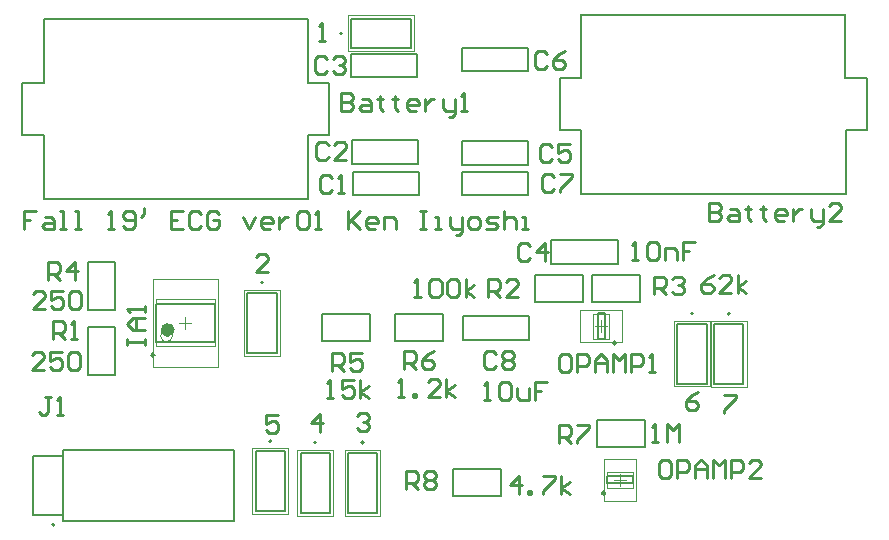
<source format=gto>
G04*
G04 #@! TF.GenerationSoftware,Altium Limited,Altium Designer,19.1.8 (144)*
G04*
G04 Layer_Color=65535*
%FSLAX42Y42*%
%MOMM*%
G71*
G01*
G75*
%ADD10C,0.60*%
%ADD11C,0.25*%
%ADD12C,0.20*%
%ADD13C,0.13*%
%ADD14C,0.25*%
%ADD15C,0.10*%
%ADD16C,0.05*%
D10*
X1340Y1890D02*
G03*
X1340Y1890I-30J0D01*
G01*
D11*
X1197Y1677D02*
G03*
X1197Y1677I-12J0D01*
G01*
X5105Y1780D02*
G03*
X5105Y1780I-12J0D01*
G01*
X5012Y507D02*
G03*
X5012Y507I-12J0D01*
G01*
D12*
X350Y240D02*
G03*
X350Y240I-10J0D01*
G01*
X3800Y4078D02*
X4359D01*
Y4280D01*
X3800D02*
X4359D01*
X3800Y4078D02*
Y4280D01*
Y3288D02*
X4359D01*
Y3490D01*
X3800D02*
X4359D01*
X3800Y3288D02*
Y3490D01*
Y3028D02*
X4359D01*
Y3230D01*
X3800D02*
X4359D01*
X3800Y3028D02*
Y3230D01*
X2860Y4028D02*
X3419D01*
Y4230D01*
X2860D02*
X3419D01*
X2860Y4028D02*
Y4230D01*
X2870Y3298D02*
X3429D01*
Y3500D01*
X2870D02*
X3429D01*
X2870Y3298D02*
Y3500D01*
X2880Y3028D02*
X3439D01*
Y3230D01*
X2880D02*
X3439D01*
X2880Y3028D02*
Y3230D01*
X3810Y1808D02*
X4369D01*
Y2010D01*
X3810D02*
X4369D01*
X3810Y1808D02*
Y2010D01*
X3237Y1796D02*
Y2024D01*
X3643D01*
Y1796D02*
Y2024D01*
X3237Y1796D02*
X3643D01*
X2617D02*
Y2024D01*
X3023D01*
Y1796D02*
Y2024D01*
X2617Y1796D02*
X3023D01*
X636Y1913D02*
X864D01*
Y1507D02*
Y1913D01*
X636Y1507D02*
X864D01*
X636D02*
Y1913D01*
Y2057D02*
X864D01*
X636D02*
Y2463D01*
X864D01*
Y2057D02*
Y2463D01*
X3727Y486D02*
Y714D01*
X4133D01*
Y486D02*
Y714D01*
X3727Y486D02*
X4133D01*
X4417Y2126D02*
Y2354D01*
X4823D01*
Y2126D02*
Y2354D01*
X4417Y2126D02*
X4823D01*
X4560Y2448D02*
X5119D01*
Y2650D01*
X4560D02*
X5119D01*
X4560Y2448D02*
Y2650D01*
X1710Y1790D02*
Y2110D01*
X1210Y1790D02*
Y2110D01*
X1710D01*
X1210Y1790D02*
X1710D01*
X4950Y1810D02*
Y2030D01*
X5010Y1810D02*
Y2030D01*
X4950D02*
X5010D01*
X4950Y1810D02*
X5010D01*
X4907Y2126D02*
Y2354D01*
X5313D01*
Y2126D02*
Y2354D01*
X4907Y2126D02*
X5313D01*
X4947Y896D02*
Y1124D01*
X5353D01*
Y896D02*
Y1124D01*
X4947Y896D02*
X5353D01*
X4810Y3040D02*
Y3580D01*
Y4020D02*
Y4560D01*
X7048Y3038D02*
X7050Y3040D01*
Y3580D01*
X7046Y4020D02*
Y4560D01*
X7050Y3580D02*
X7230D01*
Y4020D01*
X7046D02*
X7230D01*
X4630Y3580D02*
X4810D01*
X4630D02*
Y4020D01*
X4810D01*
Y4560D02*
X4812Y4562D01*
Y3038D02*
X7048D01*
X4810Y4560D02*
X7046D01*
X7048Y4562D01*
X2496Y4520D02*
X2498Y4522D01*
X260Y4520D02*
X2496D01*
X262Y2998D02*
X2498D01*
X260Y4520D02*
X262Y4522D01*
X80Y3980D02*
X260D01*
X80Y3540D02*
Y3980D01*
Y3540D02*
X260D01*
X2496Y3980D02*
X2680D01*
Y3540D02*
Y3980D01*
X2500Y3540D02*
X2680D01*
X2496Y3980D02*
Y4520D01*
X2500Y3000D02*
Y3540D01*
X2498Y2998D02*
X2500Y3000D01*
X260Y3980D02*
Y4520D01*
Y3000D02*
Y3540D01*
X5030Y590D02*
Y650D01*
X5250Y590D02*
Y650D01*
X5030Y590D02*
X5250D01*
X5030Y650D02*
X5250D01*
X350Y240D02*
G03*
X350Y240I-10J0D01*
G01*
D02*
G03*
X350Y240I-10J0D01*
G01*
X2790Y4400D02*
G03*
X2790Y4400I-10J0D01*
G01*
D02*
G03*
X2790Y4400I-10J0D01*
G01*
X2120Y2290D02*
G03*
X2120Y2290I-10J0D01*
G01*
D02*
G03*
X2120Y2290I-10J0D01*
G01*
X6070Y2027D02*
G03*
X6070Y2027I-10J0D01*
G01*
D02*
G03*
X6070Y2027I-10J0D01*
G01*
X2970Y937D02*
G03*
X2970Y937I-10J0D01*
G01*
D02*
G03*
X2970Y937I-10J0D01*
G01*
X2570D02*
G03*
X2570Y937I-10J0D01*
G01*
D02*
G03*
X2570Y937I-10J0D01*
G01*
X2190Y947D02*
G03*
X2190Y947I-10J0D01*
G01*
D02*
G03*
X2190Y947I-10J0D01*
G01*
X5760Y2030D02*
G03*
X5760Y2030I-10J0D01*
G01*
D02*
G03*
X5760Y2030I-10J0D01*
G01*
D13*
X2866Y4275D02*
Y4525D01*
Y4275D02*
X3374D01*
Y4525D01*
X2866D02*
X3374D01*
X1985Y2204D02*
X2235D01*
X1985Y1696D02*
Y2204D01*
Y1696D02*
X2235D01*
Y2204D01*
X5935Y1941D02*
X6185D01*
X5935Y1433D02*
Y1941D01*
Y1433D02*
X6185D01*
Y1941D01*
X3085Y343D02*
Y851D01*
X2835Y343D02*
X3085D01*
X2835D02*
Y851D01*
X3085D01*
X2685Y343D02*
Y851D01*
X2435Y343D02*
X2685D01*
X2435D02*
Y851D01*
X2685D01*
X2305Y353D02*
Y861D01*
X2055Y353D02*
X2305D01*
X2055D02*
Y861D01*
X2305D01*
X5625Y1944D02*
X5875D01*
X5625Y1436D02*
Y1944D01*
Y1436D02*
X5875D01*
Y1944D01*
X170Y320D02*
X420D01*
X170D02*
Y820D01*
X420D01*
X1760Y270D02*
X1870D01*
X790D02*
X1440D01*
X420D02*
X530D01*
X1870D02*
Y870D01*
X990D02*
X1870D01*
X420D02*
X730D01*
X420Y820D02*
Y870D01*
Y320D02*
Y820D01*
Y270D02*
Y320D01*
X170D02*
X420D01*
X170D02*
Y820D01*
X420D01*
Y270D02*
X1870D01*
Y870D01*
X420D02*
X1870D01*
X420Y270D02*
Y870D01*
X170Y320D02*
X420D01*
X170D02*
Y820D01*
X420D01*
Y270D02*
X1870D01*
Y870D01*
X420D02*
X1870D01*
X420Y270D02*
Y870D01*
D14*
X197Y2899D02*
X95D01*
Y2822D01*
X146D01*
X95D01*
Y2746D01*
X273Y2848D02*
X324D01*
X349Y2822D01*
Y2746D01*
X273D01*
X248Y2772D01*
X273Y2797D01*
X349D01*
X400Y2746D02*
X451D01*
X425D01*
Y2899D01*
X400D01*
X527Y2746D02*
X578D01*
X552D01*
Y2899D01*
X527D01*
X806Y2746D02*
X857D01*
X832D01*
Y2899D01*
X806Y2873D01*
X933Y2772D02*
X959Y2746D01*
X1010D01*
X1035Y2772D01*
Y2873D01*
X1010Y2899D01*
X959D01*
X933Y2873D01*
Y2848D01*
X959Y2822D01*
X1035D01*
X1111Y2924D02*
Y2873D01*
X1086Y2848D01*
X1441Y2899D02*
X1340D01*
Y2746D01*
X1441D01*
X1340Y2822D02*
X1390D01*
X1594Y2873D02*
X1568Y2899D01*
X1517D01*
X1492Y2873D01*
Y2772D01*
X1517Y2746D01*
X1568D01*
X1594Y2772D01*
X1746Y2873D02*
X1720Y2899D01*
X1670D01*
X1644Y2873D01*
Y2772D01*
X1670Y2746D01*
X1720D01*
X1746Y2772D01*
Y2822D01*
X1695D01*
X1949Y2848D02*
X2000Y2746D01*
X2051Y2848D01*
X2178Y2746D02*
X2127D01*
X2101Y2772D01*
Y2822D01*
X2127Y2848D01*
X2178D01*
X2203Y2822D01*
Y2797D01*
X2101D01*
X2254Y2848D02*
Y2746D01*
Y2797D01*
X2279Y2822D01*
X2304Y2848D01*
X2330D01*
X2406Y2873D02*
X2431Y2899D01*
X2482D01*
X2508Y2873D01*
Y2772D01*
X2482Y2746D01*
X2431D01*
X2406Y2772D01*
Y2873D01*
X2558Y2746D02*
X2609D01*
X2584D01*
Y2899D01*
X2558Y2873D01*
X2838Y2899D02*
Y2746D01*
Y2797D01*
X2939Y2899D01*
X2863Y2822D01*
X2939Y2746D01*
X3066D02*
X3015D01*
X2990Y2772D01*
Y2822D01*
X3015Y2848D01*
X3066D01*
X3092Y2822D01*
Y2797D01*
X2990D01*
X3142Y2746D02*
Y2848D01*
X3219D01*
X3244Y2822D01*
Y2746D01*
X3447Y2899D02*
X3498D01*
X3473D01*
Y2746D01*
X3447D01*
X3498D01*
X3574D02*
X3625D01*
X3599D01*
Y2848D01*
X3574D01*
X3701D02*
Y2772D01*
X3726Y2746D01*
X3803D01*
Y2721D01*
X3777Y2695D01*
X3752D01*
X3803Y2746D02*
Y2848D01*
X3879Y2746D02*
X3930D01*
X3955Y2772D01*
Y2822D01*
X3930Y2848D01*
X3879D01*
X3853Y2822D01*
Y2772D01*
X3879Y2746D01*
X4006D02*
X4082D01*
X4107Y2772D01*
X4082Y2797D01*
X4031D01*
X4006Y2822D01*
X4031Y2848D01*
X4107D01*
X4158Y2899D02*
Y2746D01*
Y2822D01*
X4183Y2848D01*
X4234D01*
X4260Y2822D01*
Y2746D01*
X4310D02*
X4361D01*
X4336D01*
Y2848D01*
X4310D01*
X5410Y940D02*
X5461D01*
X5435D01*
Y1092D01*
X5410Y1067D01*
X5537Y940D02*
Y1092D01*
X5588Y1042D01*
X5639Y1092D01*
Y940D01*
X5932Y2352D02*
X5881Y2327D01*
X5830Y2276D01*
Y2225D01*
X5855Y2200D01*
X5906D01*
X5932Y2225D01*
Y2251D01*
X5906Y2276D01*
X5830D01*
X6084Y2200D02*
X5982D01*
X6084Y2302D01*
Y2327D01*
X6059Y2352D01*
X6008D01*
X5982Y2327D01*
X6135Y2200D02*
Y2352D01*
Y2251D02*
X6211Y2302D01*
X6135Y2251D02*
X6211Y2200D01*
X5240Y2480D02*
X5291D01*
X5265D01*
Y2632D01*
X5240Y2607D01*
X5367D02*
X5392Y2632D01*
X5443D01*
X5469Y2607D01*
Y2505D01*
X5443Y2480D01*
X5392D01*
X5367Y2505D01*
Y2607D01*
X5519Y2480D02*
Y2582D01*
X5595D01*
X5621Y2556D01*
Y2480D01*
X5773Y2632D02*
X5672D01*
Y2556D01*
X5722D01*
X5672D01*
Y2480D01*
X4286Y500D02*
Y652D01*
X4210Y576D01*
X4312D01*
X4362Y500D02*
Y525D01*
X4388D01*
Y500D01*
X4362D01*
X4489Y652D02*
X4591D01*
Y627D01*
X4489Y525D01*
Y500D01*
X4642D02*
Y652D01*
Y551D02*
X4718Y602D01*
X4642Y551D02*
X4718Y500D01*
X3990Y1300D02*
X4041D01*
X4015D01*
Y1452D01*
X3990Y1427D01*
X4117D02*
X4142Y1452D01*
X4193D01*
X4219Y1427D01*
Y1325D01*
X4193Y1300D01*
X4142D01*
X4117Y1325D01*
Y1427D01*
X4269Y1402D02*
Y1325D01*
X4295Y1300D01*
X4371D01*
Y1402D01*
X4523Y1452D02*
X4422D01*
Y1376D01*
X4472D01*
X4422D01*
Y1300D01*
X3260Y1320D02*
X3311D01*
X3285D01*
Y1472D01*
X3260Y1447D01*
X3387Y1320D02*
Y1345D01*
X3412D01*
Y1320D01*
X3387D01*
X3615D02*
X3514D01*
X3615Y1422D01*
Y1447D01*
X3590Y1472D01*
X3539D01*
X3514Y1447D01*
X3666Y1320D02*
Y1472D01*
Y1371D02*
X3742Y1422D01*
X3666Y1371D02*
X3742Y1320D01*
X2660Y1310D02*
X2711D01*
X2685D01*
Y1462D01*
X2660Y1437D01*
X2889Y1462D02*
X2787D01*
Y1386D01*
X2838Y1412D01*
X2863D01*
X2889Y1386D01*
Y1335D01*
X2863Y1310D01*
X2812D01*
X2787Y1335D01*
X2939Y1310D02*
Y1462D01*
Y1361D02*
X3015Y1412D01*
X2939Y1361D02*
X3015Y1310D01*
X3400Y2170D02*
X3451D01*
X3425D01*
Y2322D01*
X3400Y2297D01*
X3527D02*
X3552Y2322D01*
X3603D01*
X3629Y2297D01*
Y2195D01*
X3603Y2170D01*
X3552D01*
X3527Y2195D01*
Y2297D01*
X3679D02*
X3705Y2322D01*
X3755D01*
X3781Y2297D01*
Y2195D01*
X3755Y2170D01*
X3705D01*
X3679Y2195D01*
Y2297D01*
X3832Y2170D02*
Y2322D01*
Y2221D02*
X3908Y2272D01*
X3832Y2221D02*
X3908Y2170D01*
X272Y2070D02*
X170D01*
X272Y2172D01*
Y2197D01*
X246Y2222D01*
X195D01*
X170Y2197D01*
X424Y2222D02*
X322D01*
Y2146D01*
X373Y2172D01*
X399D01*
X424Y2146D01*
Y2095D01*
X399Y2070D01*
X348D01*
X322Y2095D01*
X475Y2197D02*
X500Y2222D01*
X551D01*
X576Y2197D01*
Y2095D01*
X551Y2070D01*
X500D01*
X475Y2095D01*
Y2197D01*
X262Y1550D02*
X160D01*
X262Y1652D01*
Y1677D01*
X236Y1702D01*
X185D01*
X160Y1677D01*
X414Y1702D02*
X312D01*
Y1626D01*
X363Y1652D01*
X389D01*
X414Y1626D01*
Y1575D01*
X389Y1550D01*
X338D01*
X312Y1575D01*
X465Y1677D02*
X490Y1702D01*
X541D01*
X566Y1677D01*
Y1575D01*
X541Y1550D01*
X490D01*
X465Y1575D01*
Y1677D01*
X4582Y3187D02*
X4556Y3212D01*
X4505D01*
X4480Y3187D01*
Y3085D01*
X4505Y3060D01*
X4556D01*
X4582Y3085D01*
X4632Y3212D02*
X4734D01*
Y3187D01*
X4632Y3085D01*
Y3060D01*
X4522Y4227D02*
X4496Y4252D01*
X4445D01*
X4420Y4227D01*
Y4125D01*
X4445Y4100D01*
X4496D01*
X4522Y4125D01*
X4674Y4252D02*
X4623Y4227D01*
X4572Y4176D01*
Y4125D01*
X4598Y4100D01*
X4649D01*
X4674Y4125D01*
Y4151D01*
X4649Y4176D01*
X4572D01*
X4562Y3437D02*
X4536Y3462D01*
X4485D01*
X4460Y3437D01*
Y3335D01*
X4485Y3310D01*
X4536D01*
X4562Y3335D01*
X4714Y3462D02*
X4612D01*
Y3386D01*
X4663Y3412D01*
X4689D01*
X4714Y3386D01*
Y3335D01*
X4689Y3310D01*
X4638D01*
X4612Y3335D01*
X2662Y4187D02*
X2636Y4212D01*
X2585D01*
X2560Y4187D01*
Y4085D01*
X2585Y4060D01*
X2636D01*
X2662Y4085D01*
X2712Y4187D02*
X2738Y4212D01*
X2789D01*
X2814Y4187D01*
Y4162D01*
X2789Y4136D01*
X2763D01*
X2789D01*
X2814Y4111D01*
Y4085D01*
X2789Y4060D01*
X2738D01*
X2712Y4085D01*
X2672Y3457D02*
X2646Y3482D01*
X2595D01*
X2570Y3457D01*
Y3355D01*
X2595Y3330D01*
X2646D01*
X2672Y3355D01*
X2824Y3330D02*
X2722D01*
X2824Y3432D01*
Y3457D01*
X2799Y3482D01*
X2748D01*
X2722Y3457D01*
X2702Y3177D02*
X2676Y3202D01*
X2625D01*
X2600Y3177D01*
Y3075D01*
X2625Y3050D01*
X2676D01*
X2702Y3075D01*
X2752Y3050D02*
X2803D01*
X2778D01*
Y3202D01*
X2752Y3177D01*
X3330Y540D02*
Y692D01*
X3406D01*
X3432Y667D01*
Y616D01*
X3406Y591D01*
X3330D01*
X3381D02*
X3432Y540D01*
X3482Y667D02*
X3508Y692D01*
X3559D01*
X3584Y667D01*
Y642D01*
X3559Y616D01*
X3584Y591D01*
Y565D01*
X3559Y540D01*
X3508D01*
X3482Y565D01*
Y591D01*
X3508Y616D01*
X3482Y642D01*
Y667D01*
X3508Y616D02*
X3559D01*
X4620Y930D02*
Y1082D01*
X4696D01*
X4722Y1057D01*
Y1006D01*
X4696Y981D01*
X4620D01*
X4671D02*
X4722Y930D01*
X4772Y1082D02*
X4874D01*
Y1057D01*
X4772Y955D01*
Y930D01*
X3310Y1560D02*
Y1712D01*
X3386D01*
X3412Y1687D01*
Y1636D01*
X3386Y1611D01*
X3310D01*
X3361D02*
X3412Y1560D01*
X3564Y1712D02*
X3513Y1687D01*
X3462Y1636D01*
Y1585D01*
X3488Y1560D01*
X3539D01*
X3564Y1585D01*
Y1611D01*
X3539Y1636D01*
X3462D01*
X2700Y1540D02*
Y1692D01*
X2776D01*
X2802Y1667D01*
Y1616D01*
X2776Y1591D01*
X2700D01*
X2751D02*
X2802Y1540D01*
X2954Y1692D02*
X2852D01*
Y1616D01*
X2903Y1642D01*
X2929D01*
X2954Y1616D01*
Y1565D01*
X2929Y1540D01*
X2878D01*
X2852Y1565D01*
X300Y2310D02*
Y2462D01*
X376D01*
X402Y2437D01*
Y2386D01*
X376Y2361D01*
X300D01*
X351D02*
X402Y2310D01*
X529D02*
Y2462D01*
X452Y2386D01*
X554D01*
X5430Y2190D02*
Y2342D01*
X5506D01*
X5532Y2317D01*
Y2266D01*
X5506Y2241D01*
X5430D01*
X5481D02*
X5532Y2190D01*
X5582Y2317D02*
X5608Y2342D01*
X5659D01*
X5684Y2317D01*
Y2292D01*
X5659Y2266D01*
X5633D01*
X5659D01*
X5684Y2241D01*
Y2215D01*
X5659Y2190D01*
X5608D01*
X5582Y2215D01*
X4020Y2170D02*
Y2322D01*
X4096D01*
X4122Y2297D01*
Y2246D01*
X4096Y2221D01*
X4020D01*
X4071D02*
X4122Y2170D01*
X4274D02*
X4172D01*
X4274Y2272D01*
Y2297D01*
X4249Y2322D01*
X4198D01*
X4172Y2297D01*
X340Y1810D02*
Y1962D01*
X416D01*
X442Y1937D01*
Y1886D01*
X416Y1861D01*
X340D01*
X391D02*
X442Y1810D01*
X492D02*
X543D01*
X518D01*
Y1962D01*
X492Y1937D01*
X5546Y792D02*
X5495D01*
X5470Y767D01*
Y665D01*
X5495Y640D01*
X5546D01*
X5572Y665D01*
Y767D01*
X5546Y792D01*
X5622Y640D02*
Y792D01*
X5699D01*
X5724Y767D01*
Y716D01*
X5699Y691D01*
X5622D01*
X5775Y640D02*
Y742D01*
X5825Y792D01*
X5876Y742D01*
Y640D01*
Y716D01*
X5775D01*
X5927Y640D02*
Y792D01*
X5978Y742D01*
X6029Y792D01*
Y640D01*
X6079D02*
Y792D01*
X6156D01*
X6181Y767D01*
Y716D01*
X6156Y691D01*
X6079D01*
X6333Y640D02*
X6232D01*
X6333Y742D01*
Y767D01*
X6308Y792D01*
X6257D01*
X6232Y767D01*
X4382Y2597D02*
X4356Y2622D01*
X4305D01*
X4280Y2597D01*
Y2495D01*
X4305Y2470D01*
X4356D01*
X4382Y2495D01*
X4509Y2470D02*
Y2622D01*
X4432Y2546D01*
X4534D01*
X6020Y1342D02*
X6122D01*
Y1317D01*
X6020Y1215D01*
Y1190D01*
X5802Y1362D02*
X5751Y1337D01*
X5700Y1286D01*
Y1235D01*
X5725Y1210D01*
X5776D01*
X5802Y1235D01*
Y1261D01*
X5776Y1286D01*
X5700D01*
X2162Y2380D02*
X2060D01*
X2162Y2482D01*
Y2507D01*
X2136Y2532D01*
X2085D01*
X2060Y2507D01*
X2593Y4340D02*
X2644D01*
X2618D01*
Y4492D01*
X2593Y4467D01*
X2596Y1027D02*
Y1179D01*
X2520Y1103D01*
X2622D01*
X2242Y1169D02*
X2140D01*
Y1093D01*
X2191Y1119D01*
X2216D01*
X2242Y1093D01*
Y1042D01*
X2216Y1017D01*
X2165D01*
X2140Y1042D01*
X2910Y1164D02*
X2935Y1189D01*
X2986D01*
X3012Y1164D01*
Y1139D01*
X2986Y1113D01*
X2961D01*
X2986D01*
X3012Y1088D01*
Y1062D01*
X2986Y1037D01*
X2935D01*
X2910Y1062D01*
X322Y1322D02*
X271D01*
X296D01*
Y1195D01*
X271Y1170D01*
X245D01*
X220Y1195D01*
X372Y1170D02*
X423D01*
X398D01*
Y1322D01*
X372Y1297D01*
X5890Y2962D02*
Y2810D01*
X5966D01*
X5992Y2835D01*
Y2861D01*
X5966Y2886D01*
X5890D01*
X5966D01*
X5992Y2912D01*
Y2937D01*
X5966Y2962D01*
X5890D01*
X6068Y2912D02*
X6119D01*
X6144Y2886D01*
Y2810D01*
X6068D01*
X6042Y2835D01*
X6068Y2861D01*
X6144D01*
X6220Y2937D02*
Y2912D01*
X6195D01*
X6245D01*
X6220D01*
Y2835D01*
X6245Y2810D01*
X6347Y2937D02*
Y2912D01*
X6322D01*
X6372D01*
X6347D01*
Y2835D01*
X6372Y2810D01*
X6525D02*
X6474D01*
X6449Y2835D01*
Y2886D01*
X6474Y2912D01*
X6525D01*
X6550Y2886D01*
Y2861D01*
X6449D01*
X6601Y2912D02*
Y2810D01*
Y2861D01*
X6626Y2886D01*
X6652Y2912D01*
X6677D01*
X6753D02*
Y2835D01*
X6779Y2810D01*
X6855D01*
Y2785D01*
X6829Y2759D01*
X6804D01*
X6855Y2810D02*
Y2912D01*
X7007Y2810D02*
X6906D01*
X7007Y2912D01*
Y2937D01*
X6982Y2962D01*
X6931D01*
X6906Y2937D01*
X4092Y1687D02*
X4066Y1712D01*
X4015D01*
X3990Y1687D01*
Y1585D01*
X4015Y1560D01*
X4066D01*
X4092Y1585D01*
X4142Y1687D02*
X4168Y1712D01*
X4219D01*
X4244Y1687D01*
Y1662D01*
X4219Y1636D01*
X4244Y1611D01*
Y1585D01*
X4219Y1560D01*
X4168D01*
X4142Y1585D01*
Y1611D01*
X4168Y1636D01*
X4142Y1662D01*
Y1687D01*
X4168Y1636D02*
X4219D01*
X2780Y3892D02*
Y3740D01*
X2856D01*
X2882Y3765D01*
Y3791D01*
X2856Y3816D01*
X2780D01*
X2856D01*
X2882Y3842D01*
Y3867D01*
X2856Y3892D01*
X2780D01*
X2958Y3842D02*
X3009D01*
X3034Y3816D01*
Y3740D01*
X2958D01*
X2932Y3765D01*
X2958Y3791D01*
X3034D01*
X3110Y3867D02*
Y3842D01*
X3085D01*
X3135D01*
X3110D01*
Y3765D01*
X3135Y3740D01*
X3237Y3867D02*
Y3842D01*
X3212D01*
X3262D01*
X3237D01*
Y3765D01*
X3262Y3740D01*
X3415D02*
X3364D01*
X3339Y3765D01*
Y3816D01*
X3364Y3842D01*
X3415D01*
X3440Y3816D01*
Y3791D01*
X3339D01*
X3491Y3842D02*
Y3740D01*
Y3791D01*
X3516Y3816D01*
X3542Y3842D01*
X3567D01*
X3643D02*
Y3765D01*
X3669Y3740D01*
X3745D01*
Y3715D01*
X3719Y3689D01*
X3694D01*
X3745Y3740D02*
Y3842D01*
X3796Y3740D02*
X3846D01*
X3821D01*
Y3892D01*
X3796Y3867D01*
X4696Y1682D02*
X4645D01*
X4620Y1657D01*
Y1555D01*
X4645Y1530D01*
X4696D01*
X4722Y1555D01*
Y1657D01*
X4696Y1682D01*
X4772Y1530D02*
Y1682D01*
X4849D01*
X4874Y1657D01*
Y1606D01*
X4849Y1581D01*
X4772D01*
X4925Y1530D02*
Y1632D01*
X4975Y1682D01*
X5026Y1632D01*
Y1530D01*
Y1606D01*
X4925D01*
X5077Y1530D02*
Y1682D01*
X5128Y1632D01*
X5179Y1682D01*
Y1530D01*
X5229D02*
Y1682D01*
X5306D01*
X5331Y1657D01*
Y1606D01*
X5306Y1581D01*
X5229D01*
X5382Y1530D02*
X5433D01*
X5407D01*
Y1682D01*
X5382Y1657D01*
X968Y1760D02*
Y1811D01*
Y1785D01*
X1120D01*
Y1760D01*
Y1811D01*
Y1887D02*
X1018D01*
X968Y1938D01*
X1018Y1989D01*
X1120D01*
X1044D01*
Y1887D01*
X1120Y2039D02*
Y2090D01*
Y2065D01*
X968D01*
X993Y2039D01*
D15*
X1350Y1840D02*
G03*
X1350Y1840I-50J0D01*
G01*
X1710Y1750D02*
Y2150D01*
X1210Y1750D02*
Y2150D01*
X1710D01*
X1210Y1750D02*
X1710D01*
X4910Y2028D02*
X5050D01*
X4910Y1813D02*
X5050D01*
X4910D02*
Y2028D01*
X5050Y1813D02*
Y2028D01*
X5032Y550D02*
X5247D01*
X5032Y690D02*
X5247D01*
X5032Y550D02*
Y690D01*
X5247Y550D02*
Y690D01*
X1410Y1950D02*
X1510D01*
X1460Y1900D02*
Y2000D01*
X4980Y1870D02*
Y1970D01*
X4930Y1920D02*
X5030D01*
X5140Y570D02*
Y670D01*
X5090Y620D02*
X5190D01*
D16*
X2841Y4248D02*
Y4552D01*
Y4248D02*
X3399D01*
Y4552D01*
X2841D02*
X3399D01*
X1735Y1580D02*
Y2320D01*
X1185Y1580D02*
Y2320D01*
X1735D01*
X1185Y1580D02*
X1735D01*
X1958Y2229D02*
X2262D01*
X1958Y1671D02*
Y2229D01*
Y1671D02*
X2262D01*
Y2229D01*
X4800Y2055D02*
X5160D01*
X4800Y1785D02*
X5160D01*
X4800D02*
Y2055D01*
X5160Y1785D02*
Y2055D01*
X5908Y1966D02*
X6212D01*
X5908Y1408D02*
Y1966D01*
Y1408D02*
X6212D01*
Y1966D01*
X3112Y318D02*
Y876D01*
X2808Y318D02*
X3112D01*
X2808D02*
Y876D01*
X3112D01*
X2712Y318D02*
Y876D01*
X2408Y318D02*
X2712D01*
X2408D02*
Y876D01*
X2712D01*
X2332Y328D02*
Y886D01*
X2028Y328D02*
X2332D01*
X2028D02*
Y886D01*
X2332D01*
X5598Y1969D02*
X5902D01*
X5598Y1411D02*
Y1969D01*
Y1411D02*
X5902D01*
Y1969D01*
X5005Y440D02*
X5275D01*
X5005Y800D02*
X5275D01*
X5005Y440D02*
Y800D01*
X5275Y440D02*
Y800D01*
M02*

</source>
